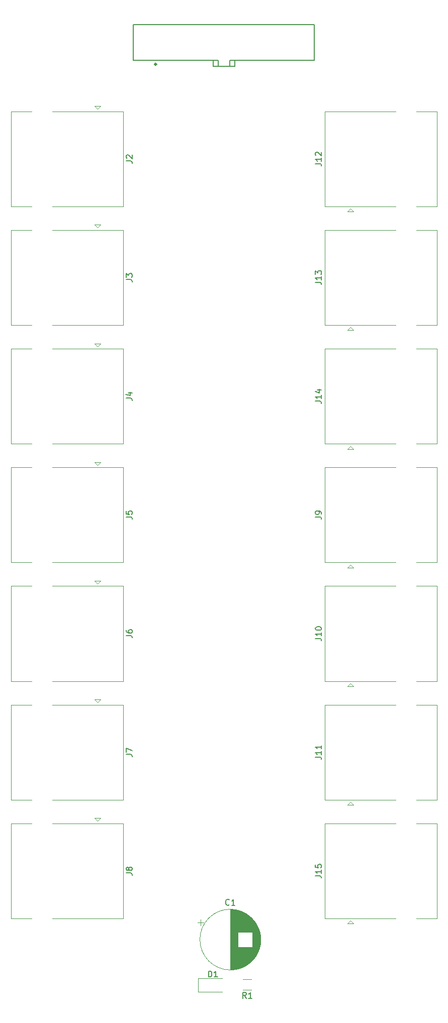
<source format=gbr>
%TF.GenerationSoftware,KiCad,Pcbnew,7.0.2-6a45011f42~172~ubuntu22.04.1*%
%TF.CreationDate,2023-07-12T14:23:40-05:00*%
%TF.ProjectId,EncoderHub,456e636f-6465-4724-9875-622e6b696361,rev?*%
%TF.SameCoordinates,Original*%
%TF.FileFunction,Legend,Top*%
%TF.FilePolarity,Positive*%
%FSLAX46Y46*%
G04 Gerber Fmt 4.6, Leading zero omitted, Abs format (unit mm)*
G04 Created by KiCad (PCBNEW 7.0.2-6a45011f42~172~ubuntu22.04.1) date 2023-07-12 14:23:40*
%MOMM*%
%LPD*%
G01*
G04 APERTURE LIST*
%ADD10C,0.150000*%
%ADD11C,0.120000*%
%ADD12C,0.127000*%
%ADD13C,0.300000*%
G04 APERTURE END LIST*
D10*
%TO.C,J15*%
X106662619Y-165254523D02*
X107376904Y-165254523D01*
X107376904Y-165254523D02*
X107519761Y-165302142D01*
X107519761Y-165302142D02*
X107615000Y-165397380D01*
X107615000Y-165397380D02*
X107662619Y-165540237D01*
X107662619Y-165540237D02*
X107662619Y-165635475D01*
X107662619Y-164254523D02*
X107662619Y-164825951D01*
X107662619Y-164540237D02*
X106662619Y-164540237D01*
X106662619Y-164540237D02*
X106805476Y-164635475D01*
X106805476Y-164635475D02*
X106900714Y-164730713D01*
X106900714Y-164730713D02*
X106948333Y-164825951D01*
X106662619Y-163349761D02*
X106662619Y-163825951D01*
X106662619Y-163825951D02*
X107138809Y-163873570D01*
X107138809Y-163873570D02*
X107091190Y-163825951D01*
X107091190Y-163825951D02*
X107043571Y-163730713D01*
X107043571Y-163730713D02*
X107043571Y-163492618D01*
X107043571Y-163492618D02*
X107091190Y-163397380D01*
X107091190Y-163397380D02*
X107138809Y-163349761D01*
X107138809Y-163349761D02*
X107234047Y-163302142D01*
X107234047Y-163302142D02*
X107472142Y-163302142D01*
X107472142Y-163302142D02*
X107567380Y-163349761D01*
X107567380Y-163349761D02*
X107615000Y-163397380D01*
X107615000Y-163397380D02*
X107662619Y-163492618D01*
X107662619Y-163492618D02*
X107662619Y-163730713D01*
X107662619Y-163730713D02*
X107615000Y-163825951D01*
X107615000Y-163825951D02*
X107567380Y-163873570D01*
%TO.C,J2*%
X74802619Y-44778333D02*
X75516904Y-44778333D01*
X75516904Y-44778333D02*
X75659761Y-44825952D01*
X75659761Y-44825952D02*
X75755000Y-44921190D01*
X75755000Y-44921190D02*
X75802619Y-45064047D01*
X75802619Y-45064047D02*
X75802619Y-45159285D01*
X74897857Y-44349761D02*
X74850238Y-44302142D01*
X74850238Y-44302142D02*
X74802619Y-44206904D01*
X74802619Y-44206904D02*
X74802619Y-43968809D01*
X74802619Y-43968809D02*
X74850238Y-43873571D01*
X74850238Y-43873571D02*
X74897857Y-43825952D01*
X74897857Y-43825952D02*
X74993095Y-43778333D01*
X74993095Y-43778333D02*
X75088333Y-43778333D01*
X75088333Y-43778333D02*
X75231190Y-43825952D01*
X75231190Y-43825952D02*
X75802619Y-44397380D01*
X75802619Y-44397380D02*
X75802619Y-43778333D01*
%TO.C,J7*%
X74802619Y-144778333D02*
X75516904Y-144778333D01*
X75516904Y-144778333D02*
X75659761Y-144825952D01*
X75659761Y-144825952D02*
X75755000Y-144921190D01*
X75755000Y-144921190D02*
X75802619Y-145064047D01*
X75802619Y-145064047D02*
X75802619Y-145159285D01*
X74802619Y-144397380D02*
X74802619Y-143730714D01*
X74802619Y-143730714D02*
X75802619Y-144159285D01*
%TO.C,J12*%
X106662619Y-45254523D02*
X107376904Y-45254523D01*
X107376904Y-45254523D02*
X107519761Y-45302142D01*
X107519761Y-45302142D02*
X107615000Y-45397380D01*
X107615000Y-45397380D02*
X107662619Y-45540237D01*
X107662619Y-45540237D02*
X107662619Y-45635475D01*
X107662619Y-44254523D02*
X107662619Y-44825951D01*
X107662619Y-44540237D02*
X106662619Y-44540237D01*
X106662619Y-44540237D02*
X106805476Y-44635475D01*
X106805476Y-44635475D02*
X106900714Y-44730713D01*
X106900714Y-44730713D02*
X106948333Y-44825951D01*
X106757857Y-43873570D02*
X106710238Y-43825951D01*
X106710238Y-43825951D02*
X106662619Y-43730713D01*
X106662619Y-43730713D02*
X106662619Y-43492618D01*
X106662619Y-43492618D02*
X106710238Y-43397380D01*
X106710238Y-43397380D02*
X106757857Y-43349761D01*
X106757857Y-43349761D02*
X106853095Y-43302142D01*
X106853095Y-43302142D02*
X106948333Y-43302142D01*
X106948333Y-43302142D02*
X107091190Y-43349761D01*
X107091190Y-43349761D02*
X107662619Y-43921189D01*
X107662619Y-43921189D02*
X107662619Y-43302142D01*
%TO.C,J13*%
X106662619Y-65254523D02*
X107376904Y-65254523D01*
X107376904Y-65254523D02*
X107519761Y-65302142D01*
X107519761Y-65302142D02*
X107615000Y-65397380D01*
X107615000Y-65397380D02*
X107662619Y-65540237D01*
X107662619Y-65540237D02*
X107662619Y-65635475D01*
X107662619Y-64254523D02*
X107662619Y-64825951D01*
X107662619Y-64540237D02*
X106662619Y-64540237D01*
X106662619Y-64540237D02*
X106805476Y-64635475D01*
X106805476Y-64635475D02*
X106900714Y-64730713D01*
X106900714Y-64730713D02*
X106948333Y-64825951D01*
X106662619Y-63921189D02*
X106662619Y-63302142D01*
X106662619Y-63302142D02*
X107043571Y-63635475D01*
X107043571Y-63635475D02*
X107043571Y-63492618D01*
X107043571Y-63492618D02*
X107091190Y-63397380D01*
X107091190Y-63397380D02*
X107138809Y-63349761D01*
X107138809Y-63349761D02*
X107234047Y-63302142D01*
X107234047Y-63302142D02*
X107472142Y-63302142D01*
X107472142Y-63302142D02*
X107567380Y-63349761D01*
X107567380Y-63349761D02*
X107615000Y-63397380D01*
X107615000Y-63397380D02*
X107662619Y-63492618D01*
X107662619Y-63492618D02*
X107662619Y-63778332D01*
X107662619Y-63778332D02*
X107615000Y-63873570D01*
X107615000Y-63873570D02*
X107567380Y-63921189D01*
%TO.C,R1*%
X95033333Y-185882619D02*
X94700000Y-185406428D01*
X94461905Y-185882619D02*
X94461905Y-184882619D01*
X94461905Y-184882619D02*
X94842857Y-184882619D01*
X94842857Y-184882619D02*
X94938095Y-184930238D01*
X94938095Y-184930238D02*
X94985714Y-184977857D01*
X94985714Y-184977857D02*
X95033333Y-185073095D01*
X95033333Y-185073095D02*
X95033333Y-185215952D01*
X95033333Y-185215952D02*
X94985714Y-185311190D01*
X94985714Y-185311190D02*
X94938095Y-185358809D01*
X94938095Y-185358809D02*
X94842857Y-185406428D01*
X94842857Y-185406428D02*
X94461905Y-185406428D01*
X95985714Y-185882619D02*
X95414286Y-185882619D01*
X95700000Y-185882619D02*
X95700000Y-184882619D01*
X95700000Y-184882619D02*
X95604762Y-185025476D01*
X95604762Y-185025476D02*
X95509524Y-185120714D01*
X95509524Y-185120714D02*
X95414286Y-185168333D01*
%TO.C,J4*%
X74802619Y-84778333D02*
X75516904Y-84778333D01*
X75516904Y-84778333D02*
X75659761Y-84825952D01*
X75659761Y-84825952D02*
X75755000Y-84921190D01*
X75755000Y-84921190D02*
X75802619Y-85064047D01*
X75802619Y-85064047D02*
X75802619Y-85159285D01*
X75135952Y-83873571D02*
X75802619Y-83873571D01*
X74755000Y-84111666D02*
X75469285Y-84349761D01*
X75469285Y-84349761D02*
X75469285Y-83730714D01*
%TO.C,J6*%
X74802619Y-124778333D02*
X75516904Y-124778333D01*
X75516904Y-124778333D02*
X75659761Y-124825952D01*
X75659761Y-124825952D02*
X75755000Y-124921190D01*
X75755000Y-124921190D02*
X75802619Y-125064047D01*
X75802619Y-125064047D02*
X75802619Y-125159285D01*
X74802619Y-123873571D02*
X74802619Y-124064047D01*
X74802619Y-124064047D02*
X74850238Y-124159285D01*
X74850238Y-124159285D02*
X74897857Y-124206904D01*
X74897857Y-124206904D02*
X75040714Y-124302142D01*
X75040714Y-124302142D02*
X75231190Y-124349761D01*
X75231190Y-124349761D02*
X75612142Y-124349761D01*
X75612142Y-124349761D02*
X75707380Y-124302142D01*
X75707380Y-124302142D02*
X75755000Y-124254523D01*
X75755000Y-124254523D02*
X75802619Y-124159285D01*
X75802619Y-124159285D02*
X75802619Y-123968809D01*
X75802619Y-123968809D02*
X75755000Y-123873571D01*
X75755000Y-123873571D02*
X75707380Y-123825952D01*
X75707380Y-123825952D02*
X75612142Y-123778333D01*
X75612142Y-123778333D02*
X75374047Y-123778333D01*
X75374047Y-123778333D02*
X75278809Y-123825952D01*
X75278809Y-123825952D02*
X75231190Y-123873571D01*
X75231190Y-123873571D02*
X75183571Y-123968809D01*
X75183571Y-123968809D02*
X75183571Y-124159285D01*
X75183571Y-124159285D02*
X75231190Y-124254523D01*
X75231190Y-124254523D02*
X75278809Y-124302142D01*
X75278809Y-124302142D02*
X75374047Y-124349761D01*
%TO.C,J9*%
X106662619Y-104778333D02*
X107376904Y-104778333D01*
X107376904Y-104778333D02*
X107519761Y-104825952D01*
X107519761Y-104825952D02*
X107615000Y-104921190D01*
X107615000Y-104921190D02*
X107662619Y-105064047D01*
X107662619Y-105064047D02*
X107662619Y-105159285D01*
X107662619Y-104254523D02*
X107662619Y-104064047D01*
X107662619Y-104064047D02*
X107615000Y-103968809D01*
X107615000Y-103968809D02*
X107567380Y-103921190D01*
X107567380Y-103921190D02*
X107424523Y-103825952D01*
X107424523Y-103825952D02*
X107234047Y-103778333D01*
X107234047Y-103778333D02*
X106853095Y-103778333D01*
X106853095Y-103778333D02*
X106757857Y-103825952D01*
X106757857Y-103825952D02*
X106710238Y-103873571D01*
X106710238Y-103873571D02*
X106662619Y-103968809D01*
X106662619Y-103968809D02*
X106662619Y-104159285D01*
X106662619Y-104159285D02*
X106710238Y-104254523D01*
X106710238Y-104254523D02*
X106757857Y-104302142D01*
X106757857Y-104302142D02*
X106853095Y-104349761D01*
X106853095Y-104349761D02*
X107091190Y-104349761D01*
X107091190Y-104349761D02*
X107186428Y-104302142D01*
X107186428Y-104302142D02*
X107234047Y-104254523D01*
X107234047Y-104254523D02*
X107281666Y-104159285D01*
X107281666Y-104159285D02*
X107281666Y-103968809D01*
X107281666Y-103968809D02*
X107234047Y-103873571D01*
X107234047Y-103873571D02*
X107186428Y-103825952D01*
X107186428Y-103825952D02*
X107091190Y-103778333D01*
%TO.C,J5*%
X74802619Y-104778333D02*
X75516904Y-104778333D01*
X75516904Y-104778333D02*
X75659761Y-104825952D01*
X75659761Y-104825952D02*
X75755000Y-104921190D01*
X75755000Y-104921190D02*
X75802619Y-105064047D01*
X75802619Y-105064047D02*
X75802619Y-105159285D01*
X74802619Y-103825952D02*
X74802619Y-104302142D01*
X74802619Y-104302142D02*
X75278809Y-104349761D01*
X75278809Y-104349761D02*
X75231190Y-104302142D01*
X75231190Y-104302142D02*
X75183571Y-104206904D01*
X75183571Y-104206904D02*
X75183571Y-103968809D01*
X75183571Y-103968809D02*
X75231190Y-103873571D01*
X75231190Y-103873571D02*
X75278809Y-103825952D01*
X75278809Y-103825952D02*
X75374047Y-103778333D01*
X75374047Y-103778333D02*
X75612142Y-103778333D01*
X75612142Y-103778333D02*
X75707380Y-103825952D01*
X75707380Y-103825952D02*
X75755000Y-103873571D01*
X75755000Y-103873571D02*
X75802619Y-103968809D01*
X75802619Y-103968809D02*
X75802619Y-104206904D01*
X75802619Y-104206904D02*
X75755000Y-104302142D01*
X75755000Y-104302142D02*
X75707380Y-104349761D01*
%TO.C,J14*%
X106662619Y-85254523D02*
X107376904Y-85254523D01*
X107376904Y-85254523D02*
X107519761Y-85302142D01*
X107519761Y-85302142D02*
X107615000Y-85397380D01*
X107615000Y-85397380D02*
X107662619Y-85540237D01*
X107662619Y-85540237D02*
X107662619Y-85635475D01*
X107662619Y-84254523D02*
X107662619Y-84825951D01*
X107662619Y-84540237D02*
X106662619Y-84540237D01*
X106662619Y-84540237D02*
X106805476Y-84635475D01*
X106805476Y-84635475D02*
X106900714Y-84730713D01*
X106900714Y-84730713D02*
X106948333Y-84825951D01*
X106995952Y-83397380D02*
X107662619Y-83397380D01*
X106615000Y-83635475D02*
X107329285Y-83873570D01*
X107329285Y-83873570D02*
X107329285Y-83254523D01*
%TO.C,J3*%
X74802619Y-64778333D02*
X75516904Y-64778333D01*
X75516904Y-64778333D02*
X75659761Y-64825952D01*
X75659761Y-64825952D02*
X75755000Y-64921190D01*
X75755000Y-64921190D02*
X75802619Y-65064047D01*
X75802619Y-65064047D02*
X75802619Y-65159285D01*
X74802619Y-64397380D02*
X74802619Y-63778333D01*
X74802619Y-63778333D02*
X75183571Y-64111666D01*
X75183571Y-64111666D02*
X75183571Y-63968809D01*
X75183571Y-63968809D02*
X75231190Y-63873571D01*
X75231190Y-63873571D02*
X75278809Y-63825952D01*
X75278809Y-63825952D02*
X75374047Y-63778333D01*
X75374047Y-63778333D02*
X75612142Y-63778333D01*
X75612142Y-63778333D02*
X75707380Y-63825952D01*
X75707380Y-63825952D02*
X75755000Y-63873571D01*
X75755000Y-63873571D02*
X75802619Y-63968809D01*
X75802619Y-63968809D02*
X75802619Y-64254523D01*
X75802619Y-64254523D02*
X75755000Y-64349761D01*
X75755000Y-64349761D02*
X75707380Y-64397380D01*
%TO.C,J10*%
X106662619Y-125254523D02*
X107376904Y-125254523D01*
X107376904Y-125254523D02*
X107519761Y-125302142D01*
X107519761Y-125302142D02*
X107615000Y-125397380D01*
X107615000Y-125397380D02*
X107662619Y-125540237D01*
X107662619Y-125540237D02*
X107662619Y-125635475D01*
X107662619Y-124254523D02*
X107662619Y-124825951D01*
X107662619Y-124540237D02*
X106662619Y-124540237D01*
X106662619Y-124540237D02*
X106805476Y-124635475D01*
X106805476Y-124635475D02*
X106900714Y-124730713D01*
X106900714Y-124730713D02*
X106948333Y-124825951D01*
X106662619Y-123635475D02*
X106662619Y-123540237D01*
X106662619Y-123540237D02*
X106710238Y-123444999D01*
X106710238Y-123444999D02*
X106757857Y-123397380D01*
X106757857Y-123397380D02*
X106853095Y-123349761D01*
X106853095Y-123349761D02*
X107043571Y-123302142D01*
X107043571Y-123302142D02*
X107281666Y-123302142D01*
X107281666Y-123302142D02*
X107472142Y-123349761D01*
X107472142Y-123349761D02*
X107567380Y-123397380D01*
X107567380Y-123397380D02*
X107615000Y-123444999D01*
X107615000Y-123444999D02*
X107662619Y-123540237D01*
X107662619Y-123540237D02*
X107662619Y-123635475D01*
X107662619Y-123635475D02*
X107615000Y-123730713D01*
X107615000Y-123730713D02*
X107567380Y-123778332D01*
X107567380Y-123778332D02*
X107472142Y-123825951D01*
X107472142Y-123825951D02*
X107281666Y-123873570D01*
X107281666Y-123873570D02*
X107043571Y-123873570D01*
X107043571Y-123873570D02*
X106853095Y-123825951D01*
X106853095Y-123825951D02*
X106757857Y-123778332D01*
X106757857Y-123778332D02*
X106710238Y-123730713D01*
X106710238Y-123730713D02*
X106662619Y-123635475D01*
%TO.C,C1*%
X92165656Y-170117380D02*
X92118037Y-170165000D01*
X92118037Y-170165000D02*
X91975180Y-170212619D01*
X91975180Y-170212619D02*
X91879942Y-170212619D01*
X91879942Y-170212619D02*
X91737085Y-170165000D01*
X91737085Y-170165000D02*
X91641847Y-170069761D01*
X91641847Y-170069761D02*
X91594228Y-169974523D01*
X91594228Y-169974523D02*
X91546609Y-169784047D01*
X91546609Y-169784047D02*
X91546609Y-169641190D01*
X91546609Y-169641190D02*
X91594228Y-169450714D01*
X91594228Y-169450714D02*
X91641847Y-169355476D01*
X91641847Y-169355476D02*
X91737085Y-169260238D01*
X91737085Y-169260238D02*
X91879942Y-169212619D01*
X91879942Y-169212619D02*
X91975180Y-169212619D01*
X91975180Y-169212619D02*
X92118037Y-169260238D01*
X92118037Y-169260238D02*
X92165656Y-169307857D01*
X93118037Y-170212619D02*
X92546609Y-170212619D01*
X92832323Y-170212619D02*
X92832323Y-169212619D01*
X92832323Y-169212619D02*
X92737085Y-169355476D01*
X92737085Y-169355476D02*
X92641847Y-169450714D01*
X92641847Y-169450714D02*
X92546609Y-169498333D01*
%TO.C,J11*%
X106662619Y-145254523D02*
X107376904Y-145254523D01*
X107376904Y-145254523D02*
X107519761Y-145302142D01*
X107519761Y-145302142D02*
X107615000Y-145397380D01*
X107615000Y-145397380D02*
X107662619Y-145540237D01*
X107662619Y-145540237D02*
X107662619Y-145635475D01*
X107662619Y-144254523D02*
X107662619Y-144825951D01*
X107662619Y-144540237D02*
X106662619Y-144540237D01*
X106662619Y-144540237D02*
X106805476Y-144635475D01*
X106805476Y-144635475D02*
X106900714Y-144730713D01*
X106900714Y-144730713D02*
X106948333Y-144825951D01*
X107662619Y-143302142D02*
X107662619Y-143873570D01*
X107662619Y-143587856D02*
X106662619Y-143587856D01*
X106662619Y-143587856D02*
X106805476Y-143683094D01*
X106805476Y-143683094D02*
X106900714Y-143778332D01*
X106900714Y-143778332D02*
X106948333Y-143873570D01*
%TO.C,D1*%
X88661905Y-182302619D02*
X88661905Y-181302619D01*
X88661905Y-181302619D02*
X88900000Y-181302619D01*
X88900000Y-181302619D02*
X89042857Y-181350238D01*
X89042857Y-181350238D02*
X89138095Y-181445476D01*
X89138095Y-181445476D02*
X89185714Y-181540714D01*
X89185714Y-181540714D02*
X89233333Y-181731190D01*
X89233333Y-181731190D02*
X89233333Y-181874047D01*
X89233333Y-181874047D02*
X89185714Y-182064523D01*
X89185714Y-182064523D02*
X89138095Y-182159761D01*
X89138095Y-182159761D02*
X89042857Y-182255000D01*
X89042857Y-182255000D02*
X88900000Y-182302619D01*
X88900000Y-182302619D02*
X88661905Y-182302619D01*
X90185714Y-182302619D02*
X89614286Y-182302619D01*
X89900000Y-182302619D02*
X89900000Y-181302619D01*
X89900000Y-181302619D02*
X89804762Y-181445476D01*
X89804762Y-181445476D02*
X89709524Y-181540714D01*
X89709524Y-181540714D02*
X89614286Y-181588333D01*
%TO.C,J8*%
X74802619Y-164778333D02*
X75516904Y-164778333D01*
X75516904Y-164778333D02*
X75659761Y-164825952D01*
X75659761Y-164825952D02*
X75755000Y-164921190D01*
X75755000Y-164921190D02*
X75802619Y-165064047D01*
X75802619Y-165064047D02*
X75802619Y-165159285D01*
X75231190Y-164159285D02*
X75183571Y-164254523D01*
X75183571Y-164254523D02*
X75135952Y-164302142D01*
X75135952Y-164302142D02*
X75040714Y-164349761D01*
X75040714Y-164349761D02*
X74993095Y-164349761D01*
X74993095Y-164349761D02*
X74897857Y-164302142D01*
X74897857Y-164302142D02*
X74850238Y-164254523D01*
X74850238Y-164254523D02*
X74802619Y-164159285D01*
X74802619Y-164159285D02*
X74802619Y-163968809D01*
X74802619Y-163968809D02*
X74850238Y-163873571D01*
X74850238Y-163873571D02*
X74897857Y-163825952D01*
X74897857Y-163825952D02*
X74993095Y-163778333D01*
X74993095Y-163778333D02*
X75040714Y-163778333D01*
X75040714Y-163778333D02*
X75135952Y-163825952D01*
X75135952Y-163825952D02*
X75183571Y-163873571D01*
X75183571Y-163873571D02*
X75231190Y-163968809D01*
X75231190Y-163968809D02*
X75231190Y-164159285D01*
X75231190Y-164159285D02*
X75278809Y-164254523D01*
X75278809Y-164254523D02*
X75326428Y-164302142D01*
X75326428Y-164302142D02*
X75421666Y-164349761D01*
X75421666Y-164349761D02*
X75612142Y-164349761D01*
X75612142Y-164349761D02*
X75707380Y-164302142D01*
X75707380Y-164302142D02*
X75755000Y-164254523D01*
X75755000Y-164254523D02*
X75802619Y-164159285D01*
X75802619Y-164159285D02*
X75802619Y-163968809D01*
X75802619Y-163968809D02*
X75755000Y-163873571D01*
X75755000Y-163873571D02*
X75707380Y-163825952D01*
X75707380Y-163825952D02*
X75612142Y-163778333D01*
X75612142Y-163778333D02*
X75421666Y-163778333D01*
X75421666Y-163778333D02*
X75326428Y-163825952D01*
X75326428Y-163825952D02*
X75278809Y-163873571D01*
X75278809Y-163873571D02*
X75231190Y-163968809D01*
D11*
%TO.C,J15*%
X112032000Y-173331000D02*
X113048000Y-173331000D01*
X113048000Y-173331000D02*
X112540000Y-172823000D01*
X112540000Y-172823000D02*
X112032000Y-173331000D01*
X108260000Y-172455000D02*
X120190000Y-172455000D01*
X123690000Y-172455000D02*
X127130000Y-172455000D01*
X108260000Y-156435000D02*
X108260000Y-172455000D01*
X108260000Y-156435000D02*
X120190000Y-156435000D01*
X123690000Y-156435000D02*
X127130000Y-156435000D01*
X127130000Y-156435000D02*
X127130000Y-172455000D01*
%TO.C,J2*%
X70508000Y-35559000D02*
X69492000Y-35559000D01*
X69492000Y-35559000D02*
X70000000Y-36067000D01*
X70000000Y-36067000D02*
X70508000Y-35559000D01*
X74280000Y-36435000D02*
X62350000Y-36435000D01*
X58850000Y-36435000D02*
X55410000Y-36435000D01*
X74280000Y-52455000D02*
X74280000Y-36435000D01*
X74280000Y-52455000D02*
X62350000Y-52455000D01*
X58850000Y-52455000D02*
X55410000Y-52455000D01*
X55410000Y-52455000D02*
X55410000Y-36435000D01*
%TO.C,J7*%
X70508000Y-135559000D02*
X69492000Y-135559000D01*
X69492000Y-135559000D02*
X70000000Y-136067000D01*
X70000000Y-136067000D02*
X70508000Y-135559000D01*
X74280000Y-136435000D02*
X62350000Y-136435000D01*
X58850000Y-136435000D02*
X55410000Y-136435000D01*
X74280000Y-152455000D02*
X74280000Y-136435000D01*
X74280000Y-152455000D02*
X62350000Y-152455000D01*
X58850000Y-152455000D02*
X55410000Y-152455000D01*
X55410000Y-152455000D02*
X55410000Y-136435000D01*
%TO.C,J12*%
X112032000Y-53331000D02*
X113048000Y-53331000D01*
X113048000Y-53331000D02*
X112540000Y-52823000D01*
X112540000Y-52823000D02*
X112032000Y-53331000D01*
X108260000Y-52455000D02*
X120190000Y-52455000D01*
X123690000Y-52455000D02*
X127130000Y-52455000D01*
X108260000Y-36435000D02*
X108260000Y-52455000D01*
X108260000Y-36435000D02*
X120190000Y-36435000D01*
X123690000Y-36435000D02*
X127130000Y-36435000D01*
X127130000Y-36435000D02*
X127130000Y-52455000D01*
%TO.C,J13*%
X112032000Y-73331000D02*
X113048000Y-73331000D01*
X113048000Y-73331000D02*
X112540000Y-72823000D01*
X112540000Y-72823000D02*
X112032000Y-73331000D01*
X108260000Y-72455000D02*
X120190000Y-72455000D01*
X123690000Y-72455000D02*
X127130000Y-72455000D01*
X108260000Y-56435000D02*
X108260000Y-72455000D01*
X108260000Y-56435000D02*
X120190000Y-56435000D01*
X123690000Y-56435000D02*
X127130000Y-56435000D01*
X127130000Y-56435000D02*
X127130000Y-72455000D01*
%TO.C,R1*%
X95927064Y-184510000D02*
X94472936Y-184510000D01*
X95927064Y-182690000D02*
X94472936Y-182690000D01*
%TO.C,J4*%
X70508000Y-75559000D02*
X69492000Y-75559000D01*
X69492000Y-75559000D02*
X70000000Y-76067000D01*
X70000000Y-76067000D02*
X70508000Y-75559000D01*
X74280000Y-76435000D02*
X62350000Y-76435000D01*
X58850000Y-76435000D02*
X55410000Y-76435000D01*
X74280000Y-92455000D02*
X74280000Y-76435000D01*
X74280000Y-92455000D02*
X62350000Y-92455000D01*
X58850000Y-92455000D02*
X55410000Y-92455000D01*
X55410000Y-92455000D02*
X55410000Y-76435000D01*
%TO.C,J6*%
X70508000Y-115559000D02*
X69492000Y-115559000D01*
X69492000Y-115559000D02*
X70000000Y-116067000D01*
X70000000Y-116067000D02*
X70508000Y-115559000D01*
X74280000Y-116435000D02*
X62350000Y-116435000D01*
X58850000Y-116435000D02*
X55410000Y-116435000D01*
X74280000Y-132455000D02*
X74280000Y-116435000D01*
X74280000Y-132455000D02*
X62350000Y-132455000D01*
X58850000Y-132455000D02*
X55410000Y-132455000D01*
X55410000Y-132455000D02*
X55410000Y-116435000D01*
%TO.C,J9*%
X112032000Y-113331000D02*
X113048000Y-113331000D01*
X113048000Y-113331000D02*
X112540000Y-112823000D01*
X112540000Y-112823000D02*
X112032000Y-113331000D01*
X108260000Y-112455000D02*
X120190000Y-112455000D01*
X123690000Y-112455000D02*
X127130000Y-112455000D01*
X108260000Y-96435000D02*
X108260000Y-112455000D01*
X108260000Y-96435000D02*
X120190000Y-96435000D01*
X123690000Y-96435000D02*
X127130000Y-96435000D01*
X127130000Y-96435000D02*
X127130000Y-112455000D01*
%TO.C,J5*%
X70508000Y-95559000D02*
X69492000Y-95559000D01*
X69492000Y-95559000D02*
X70000000Y-96067000D01*
X70000000Y-96067000D02*
X70508000Y-95559000D01*
X74280000Y-96435000D02*
X62350000Y-96435000D01*
X58850000Y-96435000D02*
X55410000Y-96435000D01*
X74280000Y-112455000D02*
X74280000Y-96435000D01*
X74280000Y-112455000D02*
X62350000Y-112455000D01*
X58850000Y-112455000D02*
X55410000Y-112455000D01*
X55410000Y-112455000D02*
X55410000Y-96435000D01*
%TO.C,J14*%
X112032000Y-93331000D02*
X113048000Y-93331000D01*
X113048000Y-93331000D02*
X112540000Y-92823000D01*
X112540000Y-92823000D02*
X112032000Y-93331000D01*
X108260000Y-92455000D02*
X120190000Y-92455000D01*
X123690000Y-92455000D02*
X127130000Y-92455000D01*
X108260000Y-76435000D02*
X108260000Y-92455000D01*
X108260000Y-76435000D02*
X120190000Y-76435000D01*
X123690000Y-76435000D02*
X127130000Y-76435000D01*
X127130000Y-76435000D02*
X127130000Y-92455000D01*
D12*
%TO.C,J1*%
X89420000Y-28870000D02*
X90320000Y-28870000D01*
X90320000Y-28870000D02*
X92220000Y-28870000D01*
X92220000Y-28870000D02*
X93120000Y-28870000D01*
X92220000Y-28870000D02*
X92220000Y-27870000D01*
X93120000Y-28870000D02*
X93120000Y-27870000D01*
X76030000Y-27870000D02*
X76030000Y-21870000D01*
X89420000Y-27870000D02*
X89420000Y-28870000D01*
X89420000Y-27870000D02*
X76030000Y-27870000D01*
X89420000Y-27870000D02*
X90320000Y-27870000D01*
X90320000Y-27870000D02*
X90320000Y-28870000D01*
X92220000Y-27870000D02*
X93120000Y-27870000D01*
X106510000Y-27870000D02*
X93120000Y-27870000D01*
X76030000Y-21870000D02*
X106510000Y-21870000D01*
X106510000Y-21870000D02*
X106510000Y-27870000D01*
D13*
X79890000Y-28496000D02*
G75*
G03*
X79890000Y-28496000I-150000J0D01*
G01*
D11*
%TO.C,J3*%
X70508000Y-55559000D02*
X69492000Y-55559000D01*
X69492000Y-55559000D02*
X70000000Y-56067000D01*
X70000000Y-56067000D02*
X70508000Y-55559000D01*
X74280000Y-56435000D02*
X62350000Y-56435000D01*
X58850000Y-56435000D02*
X55410000Y-56435000D01*
X74280000Y-72455000D02*
X74280000Y-56435000D01*
X74280000Y-72455000D02*
X62350000Y-72455000D01*
X58850000Y-72455000D02*
X55410000Y-72455000D01*
X55410000Y-72455000D02*
X55410000Y-56435000D01*
%TO.C,J10*%
X112032000Y-133331000D02*
X113048000Y-133331000D01*
X113048000Y-133331000D02*
X112540000Y-132823000D01*
X112540000Y-132823000D02*
X112032000Y-133331000D01*
X108260000Y-132455000D02*
X120190000Y-132455000D01*
X123690000Y-132455000D02*
X127130000Y-132455000D01*
X108260000Y-116435000D02*
X108260000Y-132455000D01*
X108260000Y-116435000D02*
X120190000Y-116435000D01*
X123690000Y-116435000D02*
X127130000Y-116435000D01*
X127130000Y-116435000D02*
X127130000Y-132455000D01*
%TO.C,C1*%
X86852677Y-173125000D02*
X87852677Y-173125000D01*
X87352677Y-172625000D02*
X87352677Y-173625000D01*
X92332323Y-170920000D02*
X92332323Y-181080000D01*
X92372323Y-170920000D02*
X92372323Y-181080000D01*
X92412323Y-170920000D02*
X92412323Y-181080000D01*
X92452323Y-170921000D02*
X92452323Y-181079000D01*
X92492323Y-170922000D02*
X92492323Y-181078000D01*
X92532323Y-170923000D02*
X92532323Y-181077000D01*
X92572323Y-170925000D02*
X92572323Y-181075000D01*
X92612323Y-170927000D02*
X92612323Y-181073000D01*
X92652323Y-170930000D02*
X92652323Y-181070000D01*
X92692323Y-170932000D02*
X92692323Y-181068000D01*
X92732323Y-170935000D02*
X92732323Y-181065000D01*
X92772323Y-170938000D02*
X92772323Y-181062000D01*
X92812323Y-170942000D02*
X92812323Y-181058000D01*
X92852323Y-170946000D02*
X92852323Y-181054000D01*
X92892323Y-170950000D02*
X92892323Y-181050000D01*
X92932323Y-170955000D02*
X92932323Y-181045000D01*
X92972323Y-170960000D02*
X92972323Y-181040000D01*
X93012323Y-170965000D02*
X93012323Y-181035000D01*
X93053323Y-170970000D02*
X93053323Y-181030000D01*
X93093323Y-170976000D02*
X93093323Y-181024000D01*
X93133323Y-170982000D02*
X93133323Y-181018000D01*
X93173323Y-170989000D02*
X93173323Y-181011000D01*
X93213323Y-170996000D02*
X93213323Y-181004000D01*
X93253323Y-171003000D02*
X93253323Y-180997000D01*
X93293323Y-171010000D02*
X93293323Y-180990000D01*
X93333323Y-171018000D02*
X93333323Y-180982000D01*
X93373323Y-171026000D02*
X93373323Y-180974000D01*
X93413323Y-171035000D02*
X93413323Y-180965000D01*
X93453323Y-171044000D02*
X93453323Y-180956000D01*
X93493323Y-171053000D02*
X93493323Y-180947000D01*
X93533323Y-171062000D02*
X93533323Y-180938000D01*
X93573323Y-171072000D02*
X93573323Y-180928000D01*
X93613323Y-171082000D02*
X93613323Y-174759000D01*
X93613323Y-177241000D02*
X93613323Y-180918000D01*
X93653323Y-171093000D02*
X93653323Y-174759000D01*
X93653323Y-177241000D02*
X93653323Y-180907000D01*
X93693323Y-171103000D02*
X93693323Y-174759000D01*
X93693323Y-177241000D02*
X93693323Y-180897000D01*
X93733323Y-171115000D02*
X93733323Y-174759000D01*
X93733323Y-177241000D02*
X93733323Y-180885000D01*
X93773323Y-171126000D02*
X93773323Y-174759000D01*
X93773323Y-177241000D02*
X93773323Y-180874000D01*
X93813323Y-171138000D02*
X93813323Y-174759000D01*
X93813323Y-177241000D02*
X93813323Y-180862000D01*
X93853323Y-171150000D02*
X93853323Y-174759000D01*
X93853323Y-177241000D02*
X93853323Y-180850000D01*
X93893323Y-171163000D02*
X93893323Y-174759000D01*
X93893323Y-177241000D02*
X93893323Y-180837000D01*
X93933323Y-171176000D02*
X93933323Y-174759000D01*
X93933323Y-177241000D02*
X93933323Y-180824000D01*
X93973323Y-171189000D02*
X93973323Y-174759000D01*
X93973323Y-177241000D02*
X93973323Y-180811000D01*
X94013323Y-171203000D02*
X94013323Y-174759000D01*
X94013323Y-177241000D02*
X94013323Y-180797000D01*
X94053323Y-171217000D02*
X94053323Y-174759000D01*
X94053323Y-177241000D02*
X94053323Y-180783000D01*
X94093323Y-171232000D02*
X94093323Y-174759000D01*
X94093323Y-177241000D02*
X94093323Y-180768000D01*
X94133323Y-171246000D02*
X94133323Y-174759000D01*
X94133323Y-177241000D02*
X94133323Y-180754000D01*
X94173323Y-171262000D02*
X94173323Y-174759000D01*
X94173323Y-177241000D02*
X94173323Y-180738000D01*
X94213323Y-171277000D02*
X94213323Y-174759000D01*
X94213323Y-177241000D02*
X94213323Y-180723000D01*
X94253323Y-171293000D02*
X94253323Y-174759000D01*
X94253323Y-177241000D02*
X94253323Y-180707000D01*
X94293323Y-171310000D02*
X94293323Y-174759000D01*
X94293323Y-177241000D02*
X94293323Y-180690000D01*
X94333323Y-171326000D02*
X94333323Y-174759000D01*
X94333323Y-177241000D02*
X94333323Y-180674000D01*
X94373323Y-171343000D02*
X94373323Y-174759000D01*
X94373323Y-177241000D02*
X94373323Y-180657000D01*
X94413323Y-171361000D02*
X94413323Y-174759000D01*
X94413323Y-177241000D02*
X94413323Y-180639000D01*
X94453323Y-171379000D02*
X94453323Y-174759000D01*
X94453323Y-177241000D02*
X94453323Y-180621000D01*
X94493323Y-171397000D02*
X94493323Y-174759000D01*
X94493323Y-177241000D02*
X94493323Y-180603000D01*
X94533323Y-171416000D02*
X94533323Y-174759000D01*
X94533323Y-177241000D02*
X94533323Y-180584000D01*
X94573323Y-171436000D02*
X94573323Y-174759000D01*
X94573323Y-177241000D02*
X94573323Y-180564000D01*
X94613323Y-171455000D02*
X94613323Y-174759000D01*
X94613323Y-177241000D02*
X94613323Y-180545000D01*
X94653323Y-171475000D02*
X94653323Y-174759000D01*
X94653323Y-177241000D02*
X94653323Y-180525000D01*
X94693323Y-171496000D02*
X94693323Y-174759000D01*
X94693323Y-177241000D02*
X94693323Y-180504000D01*
X94733323Y-171517000D02*
X94733323Y-174759000D01*
X94733323Y-177241000D02*
X94733323Y-180483000D01*
X94773323Y-171538000D02*
X94773323Y-174759000D01*
X94773323Y-177241000D02*
X94773323Y-180462000D01*
X94813323Y-171560000D02*
X94813323Y-174759000D01*
X94813323Y-177241000D02*
X94813323Y-180440000D01*
X94853323Y-171583000D02*
X94853323Y-174759000D01*
X94853323Y-177241000D02*
X94853323Y-180417000D01*
X94893323Y-171605000D02*
X94893323Y-174759000D01*
X94893323Y-177241000D02*
X94893323Y-180395000D01*
X94933323Y-171629000D02*
X94933323Y-174759000D01*
X94933323Y-177241000D02*
X94933323Y-180371000D01*
X94973323Y-171653000D02*
X94973323Y-174759000D01*
X94973323Y-177241000D02*
X94973323Y-180347000D01*
X95013323Y-171677000D02*
X95013323Y-174759000D01*
X95013323Y-177241000D02*
X95013323Y-180323000D01*
X95053323Y-171702000D02*
X95053323Y-174759000D01*
X95053323Y-177241000D02*
X95053323Y-180298000D01*
X95093323Y-171727000D02*
X95093323Y-174759000D01*
X95093323Y-177241000D02*
X95093323Y-180273000D01*
X95133323Y-171753000D02*
X95133323Y-174759000D01*
X95133323Y-177241000D02*
X95133323Y-180247000D01*
X95173323Y-171779000D02*
X95173323Y-174759000D01*
X95173323Y-177241000D02*
X95173323Y-180221000D01*
X95213323Y-171806000D02*
X95213323Y-174759000D01*
X95213323Y-177241000D02*
X95213323Y-180194000D01*
X95253323Y-171834000D02*
X95253323Y-174759000D01*
X95253323Y-177241000D02*
X95253323Y-180166000D01*
X95293323Y-171862000D02*
X95293323Y-174759000D01*
X95293323Y-177241000D02*
X95293323Y-180138000D01*
X95333323Y-171890000D02*
X95333323Y-174759000D01*
X95333323Y-177241000D02*
X95333323Y-180110000D01*
X95373323Y-171920000D02*
X95373323Y-174759000D01*
X95373323Y-177241000D02*
X95373323Y-180080000D01*
X95413323Y-171950000D02*
X95413323Y-174759000D01*
X95413323Y-177241000D02*
X95413323Y-180050000D01*
X95453323Y-171980000D02*
X95453323Y-174759000D01*
X95453323Y-177241000D02*
X95453323Y-180020000D01*
X95493323Y-172011000D02*
X95493323Y-174759000D01*
X95493323Y-177241000D02*
X95493323Y-179989000D01*
X95533323Y-172043000D02*
X95533323Y-174759000D01*
X95533323Y-177241000D02*
X95533323Y-179957000D01*
X95573323Y-172075000D02*
X95573323Y-174759000D01*
X95573323Y-177241000D02*
X95573323Y-179925000D01*
X95613323Y-172108000D02*
X95613323Y-174759000D01*
X95613323Y-177241000D02*
X95613323Y-179892000D01*
X95653323Y-172142000D02*
X95653323Y-174759000D01*
X95653323Y-177241000D02*
X95653323Y-179858000D01*
X95693323Y-172176000D02*
X95693323Y-174759000D01*
X95693323Y-177241000D02*
X95693323Y-179824000D01*
X95733323Y-172211000D02*
X95733323Y-174759000D01*
X95733323Y-177241000D02*
X95733323Y-179789000D01*
X95773323Y-172247000D02*
X95773323Y-174759000D01*
X95773323Y-177241000D02*
X95773323Y-179753000D01*
X95813323Y-172284000D02*
X95813323Y-174759000D01*
X95813323Y-177241000D02*
X95813323Y-179716000D01*
X95853323Y-172321000D02*
X95853323Y-174759000D01*
X95853323Y-177241000D02*
X95853323Y-179679000D01*
X95893323Y-172360000D02*
X95893323Y-174759000D01*
X95893323Y-177241000D02*
X95893323Y-179640000D01*
X95933323Y-172399000D02*
X95933323Y-174759000D01*
X95933323Y-177241000D02*
X95933323Y-179601000D01*
X95973323Y-172439000D02*
X95973323Y-174759000D01*
X95973323Y-177241000D02*
X95973323Y-179561000D01*
X96013323Y-172480000D02*
X96013323Y-174759000D01*
X96013323Y-177241000D02*
X96013323Y-179520000D01*
X96053323Y-172522000D02*
X96053323Y-174759000D01*
X96053323Y-177241000D02*
X96053323Y-179478000D01*
X96093323Y-172564000D02*
X96093323Y-179436000D01*
X96133323Y-172608000D02*
X96133323Y-179392000D01*
X96173323Y-172653000D02*
X96173323Y-179347000D01*
X96213323Y-172699000D02*
X96213323Y-179301000D01*
X96253323Y-172746000D02*
X96253323Y-179254000D01*
X96293323Y-172794000D02*
X96293323Y-179206000D01*
X96333323Y-172844000D02*
X96333323Y-179156000D01*
X96373323Y-172894000D02*
X96373323Y-179106000D01*
X96413323Y-172946000D02*
X96413323Y-179054000D01*
X96453323Y-173000000D02*
X96453323Y-179000000D01*
X96493323Y-173055000D02*
X96493323Y-178945000D01*
X96533323Y-173111000D02*
X96533323Y-178889000D01*
X96573323Y-173170000D02*
X96573323Y-178830000D01*
X96613323Y-173230000D02*
X96613323Y-178770000D01*
X96653323Y-173291000D02*
X96653323Y-178709000D01*
X96693323Y-173355000D02*
X96693323Y-178645000D01*
X96733323Y-173421000D02*
X96733323Y-178579000D01*
X96773323Y-173490000D02*
X96773323Y-178510000D01*
X96813323Y-173561000D02*
X96813323Y-178439000D01*
X96853323Y-173635000D02*
X96853323Y-178365000D01*
X96893323Y-173711000D02*
X96893323Y-178289000D01*
X96933323Y-173791000D02*
X96933323Y-178209000D01*
X96973323Y-173875000D02*
X96973323Y-178125000D01*
X97013323Y-173963000D02*
X97013323Y-178037000D01*
X97053323Y-174056000D02*
X97053323Y-177944000D01*
X97093323Y-174154000D02*
X97093323Y-177846000D01*
X97133323Y-174258000D02*
X97133323Y-177742000D01*
X97173323Y-174370000D02*
X97173323Y-177630000D01*
X97213323Y-174490000D02*
X97213323Y-177510000D01*
X97253323Y-174622000D02*
X97253323Y-177378000D01*
X97293323Y-174770000D02*
X97293323Y-177230000D01*
X97333323Y-174938000D02*
X97333323Y-177062000D01*
X97373323Y-175138000D02*
X97373323Y-176862000D01*
X97413323Y-175401000D02*
X97413323Y-176599000D01*
X97452323Y-176000000D02*
G75*
G03*
X97452323Y-176000000I-5120000J0D01*
G01*
%TO.C,J11*%
X112032000Y-153331000D02*
X113048000Y-153331000D01*
X113048000Y-153331000D02*
X112540000Y-152823000D01*
X112540000Y-152823000D02*
X112032000Y-153331000D01*
X108260000Y-152455000D02*
X120190000Y-152455000D01*
X123690000Y-152455000D02*
X127130000Y-152455000D01*
X108260000Y-136435000D02*
X108260000Y-152455000D01*
X108260000Y-136435000D02*
X120190000Y-136435000D01*
X123690000Y-136435000D02*
X127130000Y-136435000D01*
X127130000Y-136435000D02*
X127130000Y-152455000D01*
%TO.C,D1*%
X86940000Y-182525000D02*
X86940000Y-184795000D01*
X86940000Y-184795000D02*
X91000000Y-184795000D01*
X91000000Y-182525000D02*
X86940000Y-182525000D01*
%TO.C,J8*%
X70508000Y-155559000D02*
X69492000Y-155559000D01*
X69492000Y-155559000D02*
X70000000Y-156067000D01*
X70000000Y-156067000D02*
X70508000Y-155559000D01*
X74280000Y-156435000D02*
X62350000Y-156435000D01*
X58850000Y-156435000D02*
X55410000Y-156435000D01*
X74280000Y-172455000D02*
X74280000Y-156435000D01*
X74280000Y-172455000D02*
X62350000Y-172455000D01*
X58850000Y-172455000D02*
X55410000Y-172455000D01*
X55410000Y-172455000D02*
X55410000Y-156435000D01*
%TD*%
M02*

</source>
